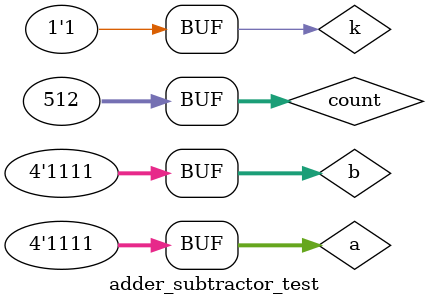
<source format=v>
module adder_subtractor(
	output [3:0]sum,
	output c,
	input [3:0]a,
	input [3:0]b,
	input k
);
	wire c1,c2,c3;
	wire xor1,xor2,xor3,xor4;
	
	xor g1(xor1,b[0],k);
	xor g2(xor2,b[1],k);
	xor g3(xor3,b[2],k);
	xor g4(xor4,b[3],k);
	
	full_adder FA0(a[0], xor1, k, sum[0], c1);
	full_adder FA1(a[1], xor2, c1, sum[1], c2);
	full_adder FA2(a[2], xor3, c2, sum[2], c3);
	full_adder FA3(a[3], xor4, c3, sum[3], c);
endmodule

module full_adder(
input a,b,c,
output sum,cout
    );
  wire w1,c1,c2,c3,out1;
  xor x1(w1,a,b);
  xor x2(sum,w1,c);
  
  and a1(c1,a,b);
  and a2(c2,b,c);
  and a3(c3,a,c);
  
  or o1(out1,c1,c2);
  or o2(cout,out1,c3);
 endmodule


//Testbench

module adder_subtractor_test();
  wire [3:0] sum;
  wire c;
  reg [3:0] a;
  reg [3:0] b;
  reg k;
  
  adder_subtractor a1(.sum(sum),.c(c),.a(a),.b(b),.k(k));
  integer count;
  
  initial begin
  	$dumpfile("dump.vcd");
  	$dumpvars(1);
  end
  
  initial begin
    for(count=0;count<512;count=count+1)
      begin
        {a,b,k}=count;
        #20;
      end
  end
  
endmodule

</source>
